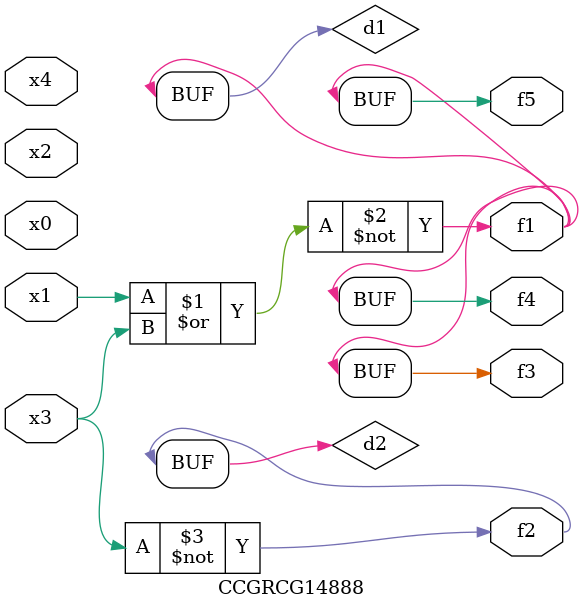
<source format=v>
module CCGRCG14888(
	input x0, x1, x2, x3, x4,
	output f1, f2, f3, f4, f5
);

	wire d1, d2;

	nor (d1, x1, x3);
	not (d2, x3);
	assign f1 = d1;
	assign f2 = d2;
	assign f3 = d1;
	assign f4 = d1;
	assign f5 = d1;
endmodule

</source>
